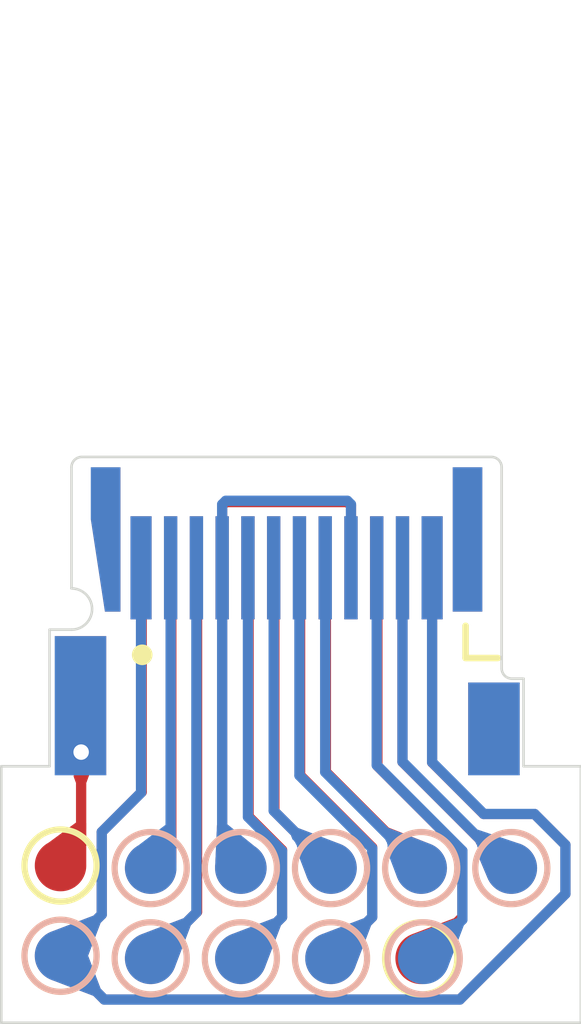
<source format=kicad_pcb>
(kicad_pcb (version 20221018) (generator pcbnew)
  (layers (0 "F.Cu" signal) (31 "B.Cu" signal) (34 "B.Paste" user) (35 "F.Paste" user) (36 "B.SilkS" user "B.Silkscreen") (37 "F.SilkS" user "F.Silkscreen") (38 "B.Mask" user) (39 "F.Mask" user) (44 "Edge.Cuts" user))
  (net 0 "")
  (net 1 "Net-(J1-Pin_1)")
  (net 2 "Net-(J12-Pin_1)")
  (net 3 "Net-(J10-Pin_1)")
  (net 4 "Net-(J11-DA+)")
  (net 5 "Net-(J11-DA-)")
  (net 6 "Net-(J11-CC1)")
  (net 7 "Net-(J11-TX1+)")
  (net 8 "Net-(J11-TX1-)")
  (net 9 "Net-(J11-SBU1)")
  (net 10 "Net-(J11-RX2+)")
  (net 11 "Net-(J11-RX2-)")
  (net 12 "Net-(J21-Pin_1)")
  (net 13 "Net-(J11-TX2+)")
  (net 14 "Net-(J11-TX2-)")
  (net 15 "Net-(J11-CC2)")
  (net 16 "Net-(J11-DB+)")
  (net 17 "Net-(J11-DB-)")
  (net 18 "Net-(J11-SBU2)")
  (net 19 "Net-(J11-RX1-)")
  (net 20 "Net-(J11-RX1+)")
  (net 21 "Net-(J22-Pin_1)")
  (footprint "TestPoint:TestPoint_Pad_D1.0mm" (layer "F.Cu") (at 172.9 117.5)
    (fp_text reference "J8" hide)
    (fp_text value "Conn_01x01_Socket" hide)
    (fp_circle (center 0 0) (end 0 0.7) (stroke (width 0.12)) (fill none) (layer "F.SilkS"))
    (pad "1" smd circle (at 0 0) (size 1 1) (layers "F.Cu" "F.Mask") (net 10 "Net-(J11-RX2+)"))
  )
  (footprint "TestPoint:TestPoint_Pad_D1.0mm" (layer "F.Cu") (at 167.65 117.5)
    (fp_text reference "J1" hide)
    (fp_text value "Conn_01x01_Socket" hide)
    (fp_circle (center 0 0) (end 0 0.7) (stroke (width 0.12)) (fill none) (layer "F.SilkS"))
    (pad "1" smd circle (at 0 0) (size 1 1) (layers "F.Cu" "F.Mask") (net 1 "Net-(J1-Pin_1)"))
  )
  (footprint "TestPoint:TestPoint_Pad_D1.0mm" (layer "F.Cu") (at 164.15 119.2)
    (fp_text reference "J10" hide)
    (fp_text value "Conn_01x01_Socket" hide)
    (fp_circle (center 0 0) (end 0 0.7) (stroke (width 0.12)) (fill none) (layer "F.SilkS"))
    (pad "1" smd circle (at 0 0) (size 1 1) (layers "F.Cu" "F.Mask") (net 3 "Net-(J10-Pin_1)"))
  )
  (footprint "TestPoint:TestPoint_Pad_D1.0mm" (layer "F.Cu") (at 164.15 117.45)
    (fp_text reference "J22" hide)
    (fp_text value "Conn_01x01_Socket" hide)
    (fp_circle (center 0 0) (end 0 0.7) (stroke (width 0.12)) (fill none) (layer "F.SilkS"))
    (pad "1" smd circle (at 0 0) (size 1 1) (layers "F.Cu" "F.Mask") (net 21 "Net-(J22-Pin_1)"))
  )
  (footprint "DX07P024MJ1R1500:JAE_DX07P024MJ1R1500" (layer "F.Cu") (at 168.5375 109.525 180)
    (fp_text reference "J11" hide)
    (fp_text value "DX07P024MJ1R1500" hide)
    (fp_line (start -4.1 -3.9) (end -3.475 -3.9) (stroke (width 0.127)) (layer "F.SilkS"))
    (fp_line (start -3.475 -3.9) (end -3.475 -3.275) (stroke (width 0.127)) (layer "F.SilkS"))
    (fp_circle (center 2.802 -3.838) (end 2.902 -3.838) (stroke (width 0.2)) (fill none) (layer "F.SilkS"))
    (pad "A1" smd rect (at 2.825 -2.15 180) (size 0.41 2) (layers "F.Cu" "F.Paste" "F.Mask") (net 3 "Net-(J10-Pin_1)"))
    (pad "A2" smd rect (at 2.25 -2.15 180) (size 0.26 2) (layers "F.Cu" "F.Paste" "F.Mask") (net 7 "Net-(J11-TX1+)"))
    (pad "A3" smd rect (at 1.75 -2.15 180) (size 0.26 2) (layers "F.Cu" "F.Paste" "F.Mask") (net 8 "Net-(J11-TX1-)"))
    (pad "A4" smd rect (at 1.25 -2.15 180) (size 0.26 2) (layers "F.Cu" "F.Paste" "F.Mask") (net 1 "Net-(J1-Pin_1)"))
    (pad "A5" smd rect (at 0.75 -2.15 180) (size 0.26 2) (layers "F.Cu" "F.Paste" "F.Mask") (net 6 "Net-(J11-CC1)"))
    (pad "A6" smd rect (at 0.25 -2.15 180) (size 0.26 2) (layers "F.Cu" "F.Paste" "F.Mask") (net 4 "Net-(J11-DA+)"))
    (pad "A7" smd rect (at -0.25 -2.15 180) (size 0.26 2) (layers "F.Cu" "F.Paste" "F.Mask") (net 5 "Net-(J11-DA-)"))
    (pad "A8" smd rect (at -0.75 -2.15 180) (size 0.26 2) (layers "F.Cu" "F.Paste" "F.Mask") (net 9 "Net-(J11-SBU1)"))
    (pad "A9" smd rect (at -1.25 -2.15 180) (size 0.26 2) (layers "F.Cu" "F.Paste" "F.Mask") (net 1 "Net-(J1-Pin_1)"))
    (pad "A10" smd rect (at -1.75 -2.15 180) (size 0.26 2) (layers "F.Cu" "F.Paste" "F.Mask") (net 11 "Net-(J11-RX2-)"))
    (pad "A11" smd rect (at -2.25 -2.15 180) (size 0.26 2) (layers "F.Cu" "F.Paste" "F.Mask") (net 10 "Net-(J11-RX2+)"))
    (pad "A12" smd rect (at -2.825 -2.15 180) (size 0.41 2) (layers "F.Cu" "F.Paste" "F.Mask") (net 3 "Net-(J10-Pin_1)"))
    (pad "B1" smd rect (at -2.825 -2.15 180) (size 0.41 2) (layers "B.Cu" "B.Paste" "B.Mask") (net 12 "Net-(J21-Pin_1)"))
    (pad "B2" smd rect (at -2.25 -2.15 180) (size 0.26 2) (layers "B.Cu" "B.Paste" "B.Mask") (net 13 "Net-(J11-TX2+)"))
    (pad "B3" smd rect (at -1.75 -2.15 180) (size 0.26 2) (layers "B.Cu" "B.Paste" "B.Mask") (net 14 "Net-(J11-TX2-)"))
    (pad "B4" smd rect (at -1.25 -2.15 180) (size 0.26 2) (layers "B.Cu" "B.Paste" "B.Mask") (net 2 "Net-(J12-Pin_1)"))
    (pad "B5" smd rect (at -0.75 -2.15 180) (size 0.26 2) (layers "B.Cu" "B.Paste" "B.Mask") (net 15 "Net-(J11-CC2)"))
    (pad "B6" smd rect (at -0.25 -2.15 180) (size 0.26 2) (layers "B.Cu" "B.Paste" "B.Mask") (net 16 "Net-(J11-DB+)"))
    (pad "B7" smd rect (at 0.25 -2.15 180) (size 0.26 2) (layers "B.Cu" "B.Paste" "B.Mask") (net 17 "Net-(J11-DB-)"))
    (pad "B8" smd rect (at 0.75 -2.15 180) (size 0.26 2) (layers "B.Cu" "B.Paste" "B.Mask") (net 18 "Net-(J11-SBU2)"))
    (pad "B9" smd rect (at 1.25 -2.15 180) (size 0.26 2) (layers "B.Cu" "B.Paste" "B.Mask") (net 2 "Net-(J12-Pin_1)"))
    (pad "B10" smd rect (at 1.75 -2.15 180) (size 0.26 2) (layers "B.Cu" "B.Paste" "B.Mask") (net 19 "Net-(J11-RX1-)"))
    (pad "B11" smd rect (at 2.25 -2.15 180) (size 0.26 2) (layers "B.Cu" "B.Paste" "B.Mask") (net 20 "Net-(J11-RX1+)"))
    (pad "B12" smd rect (at 2.825 -2.15 180) (size 0.41 2) (layers "B.Cu" "B.Paste" "B.Mask") (net 12 "Net-(J21-Pin_1)"))
    (pad "S1" smd rect (at -3.5125 -1.6 180) (size 0.575 2.8) (layers "F.Cu" "F.Mask"))
    (pad "S2" smd custom (at 3.5125 -0.7 180) (size 0.575 1) (layers "F.Cu" "F.Mask") (options (clearance outline) (anchor rect)) (primitives (gr_poly (pts (xy -0.2875 0.25) (xy -0.2875 -2.3) (xy 0.0125 -2.3) (xy 0.2875 -0.5) (xy 0.2875 0.25)) (width 0.001) (fill yes))))
    (pad "S3" smd rect (at -4.025 -5.275 180) (size 1 1.8) (layers "F.Cu" "F.Paste" "F.Mask") (net 21 "Net-(J22-Pin_1)"))
    (pad "S4" smd rect (at 4 -4.825 180) (size 1 2.7) (layers "F.Cu" "F.Paste" "F.Mask") (net 21 "Net-(J22-Pin_1)"))
    (pad "S5" smd rect (at 4 -4.825 180) (size 1 2.7) (layers "B.Cu" "B.Paste" "B.Mask") (net 21 "Net-(J22-Pin_1)"))
    (pad "S6" smd rect (at -4.025 -5.275 180) (size 1 1.8) (layers "B.Cu" "B.Paste" "B.Mask") (net 21 "Net-(J22-Pin_1)"))
    (pad "S7" smd rect (at -3.5125 -1.6 180) (size 0.575 2.8) (layers "B.Cu" "B.Mask"))
    (pad "S8" smd custom (at 3.5125 -0.7 180) (size 0.575 1) (layers "B.Cu" "B.Mask") (options (clearance outline) (anchor rect)) (primitives (gr_poly (pts (xy -0.2875 0.25) (xy -0.2875 -2.3) (xy 0.0125 -2.3) (xy 0.2875 -0.5) (xy 0.2875 0.25)) (width 0.001) (fill yes))))
  )
  (footprint "TestPoint:TestPoint_Pad_D1.0mm" (layer "F.Cu") (at 169.4 117.5 180)
    (fp_text reference "J2" hide)
    (fp_text value "Conn_01x01_Socket" hide)
    (fp_circle (center 0 0) (end 0 0.7) (stroke (width 0.12)) (fill none) (layer "F.SilkS"))
    (pad "1" smd circle (at 0 0 180) (size 1 1) (layers "F.Cu" "F.Mask") (net 4 "Net-(J11-DA+)"))
  )
  (footprint "TestPoint:TestPoint_Pad_D1.0mm" (layer "F.Cu") (at 171.15 117.5)
    (fp_text reference "J7" hide)
    (fp_text value "Conn_01x01_Socket" hide)
    (fp_circle (center 0 0) (end 0 0.7) (stroke (width 0.12)) (fill none) (layer "F.SilkS"))
    (pad "1" smd circle (at 0 0) (size 1 1) (layers "F.Cu" "F.Mask") (net 9 "Net-(J11-SBU1)"))
  )
  (footprint "TestPoint:TestPoint_Pad_D1.0mm" (layer "F.Cu") (at 167.65 119.25)
    (fp_text reference "J4" hide)
    (fp_text value "Conn_01x01_Socket" hide)
    (fp_circle (center 0 0) (end 0 0.7) (stroke (width 0.12)) (fill none) (layer "F.SilkS"))
    (pad "1" smd circle (at 0 0) (size 1 1) (layers "F.Cu" "F.Mask") (net 6 "Net-(J11-CC1)"))
  )
  (footprint "TestPoint:TestPoint_Pad_D1.0mm" (layer "F.Cu") (at 169.4 119.25)
    (fp_text reference "J3" hide)
    (fp_text value "Conn_01x01_Socket" hide)
    (fp_circle (center 0 0) (end 0 0.7) (stroke (width 0.12)) (fill none) (layer "F.SilkS"))
    (pad "1" smd circle (at 0 0) (size 1 1) (layers "F.Cu" "F.Mask") (net 5 "Net-(J11-DA-)"))
  )
  (footprint "TestPoint:TestPoint_Pad_D1.0mm" (layer "F.Cu") (at 171.15 119.25)
    (fp_text reference "J9" hide)
    (fp_text value "Conn_01x01_Socket" hide)
    (fp_circle (center 0 0) (end 0 0.7) (stroke (width 0.12)) (fill none) (layer "F.SilkS"))
    (pad "1" smd circle (at 0 0) (size 1 1) (layers "F.Cu" "F.Mask") (net 11 "Net-(J11-RX2-)"))
  )
  (footprint "TestPoint:TestPoint_Pad_D1.0mm" (layer "F.Cu") (at 165.9 119.25)
    (fp_text reference "J6" hide)
    (fp_text value "Conn_01x01_Socket" hide)
    (fp_circle (center 0 0) (end 0 0.7) (stroke (width 0.12)) (fill none) (layer "F.SilkS"))
    (pad "1" smd circle (at 0 0) (size 1 1) (layers "F.Cu" "F.Mask") (net 8 "Net-(J11-TX1-)"))
  )
  (footprint "TestPoint:TestPoint_Pad_D1.0mm" (layer "F.Cu") (at 165.9 117.5)
    (fp_text reference "J5" hide)
    (fp_text value "Conn_01x01_Socket" hide)
    (fp_circle (center 0 0) (end 0 0.7) (stroke (width 0.12)) (fill none) (layer "F.SilkS"))
    (pad "1" smd circle (at 0 0) (size 1 1) (layers "F.Cu" "F.Mask") (net 7 "Net-(J11-TX1+)"))
  )
  (footprint "TestPoint:TestPoint_Pad_D1.0mm" (layer "B.Cu") (at 169.4 117.5 180)
    (fp_text reference "J14" hide)
    (fp_text value "Conn_01x01_Socket" hide)
    (fp_circle (center 0 0) (end 0 -0.7) (stroke (width 0.12)) (fill none) (layer "B.SilkS"))
    (pad "1" smd circle (at 0 0 180) (size 1 1) (layers "B.Cu" "B.Mask") (net 17 "Net-(J11-DB-)"))
  )
  (footprint "TestPoint:TestPoint_Pad_D1.0mm" (layer "B.Cu") (at 172.9 117.5 180)
    (fp_text reference "J16" hide)
    (fp_text value "Conn_01x01_Socket" hide)
    (fp_circle (center 0 0) (end 0 -0.7) (stroke (width 0.12)) (fill none) (layer "B.SilkS"))
    (pad "1" smd circle (at 0 0 180) (size 1 1) (layers "B.Cu" "B.Mask") (net 13 "Net-(J11-TX2+)"))
  )
  (footprint "TestPoint:TestPoint_Pad_D1.0mm" (layer "B.Cu") (at 164.15 119.2 180)
    (fp_text reference "J21" hide)
    (fp_text value "Conn_01x01_Socket" hide)
    (fp_circle (center 0 0) (end 0 -0.7) (stroke (width 0.12)) (fill none) (layer "B.SilkS"))
    (pad "1" smd circle (at 0 0 180) (size 1 1) (layers "B.Cu" "B.Mask") (net 12 "Net-(J21-Pin_1)"))
  )
  (footprint "TestPoint:TestPoint_Pad_D1.0mm" (layer "B.Cu") (at 171.2 119.25 180)
    (fp_text reference "J17" hide)
    (fp_text value "Conn_01x01_Socket" hide)
    (fp_circle (center 0 0) (end 0 -0.7) (stroke (width 0.12)) (fill none) (layer "B.SilkS"))
    (pad "1" smd circle (at 0 0 180) (size 1 1) (layers "B.Cu" "B.Mask") (net 14 "Net-(J11-TX2-)"))
  )
  (footprint "TestPoint:TestPoint_Pad_D1.0mm" (layer "B.Cu") (at 167.65 119.25 180)
    (fp_text reference "J18" hide)
    (fp_text value "Conn_01x01_Socket" hide)
    (fp_circle (center 0 0) (end 0 -0.7) (stroke (width 0.12)) (fill none) (layer "B.SilkS"))
    (pad "1" smd circle (at 0 0 180) (size 1 1) (layers "B.Cu" "B.Mask") (net 18 "Net-(J11-SBU2)"))
  )
  (footprint "TestPoint:TestPoint_Pad_D1.0mm" (layer "B.Cu") (at 165.9 119.25 180)
    (fp_text reference "J20" hide)
    (fp_text value "Conn_01x01_Socket" hide)
    (fp_circle (center 0 0) (end 0 -0.7) (stroke (width 0.12)) (fill none) (layer "B.SilkS"))
    (pad "1" smd circle (at 0 0 180) (size 1 1) (layers "B.Cu" "B.Mask") (net 19 "Net-(J11-RX1-)"))
  )
  (footprint "TestPoint:TestPoint_Pad_D1.0mm" (layer "B.Cu") (at 171.15 117.5 180)
    (fp_text reference "J15" hide)
    (fp_text value "Conn_01x01_Socket" hide)
    (fp_circle (center 0 0) (end 0 -0.7) (stroke (width 0.12)) (fill none) (layer "B.SilkS"))
    (pad "1" smd circle (at 0 0 180) (size 1 1) (layers "B.Cu" "B.Mask") (net 15 "Net-(J11-CC2)"))
  )
  (footprint "TestPoint:TestPoint_Pad_D1.0mm" (layer "B.Cu") (at 165.9 117.5 180)
    (fp_text reference "J19" hide)
    (fp_text value "Conn_01x01_Socket" hide)
    (fp_circle (center 0 0) (end 0 -0.7) (stroke (width 0.12)) (fill none) (layer "B.SilkS"))
    (pad "1" smd circle (at 0 0 180) (size 1 1) (layers "B.Cu" "B.Mask") (net 20 "Net-(J11-RX1+)"))
  )
  (footprint "TestPoint:TestPoint_Pad_D1.0mm" (layer "B.Cu") (at 169.4 119.25 180)
    (fp_text reference "J13" hide)
    (fp_text value "Conn_01x01_Socket" hide)
    (fp_circle (center 0 0) (end 0 -0.7) (stroke (width 0.12)) (fill none) (layer "B.SilkS"))
    (pad "1" smd circle (at 0 0 180) (size 1 1) (layers "B.Cu" "B.Mask") (net 16 "Net-(J11-DB+)"))
  )
  (footprint "TestPoint:TestPoint_Pad_D1.0mm" (layer "B.Cu") (at 167.65 117.5 180)
    (fp_text reference "J12" hide)
    (fp_text value "Conn_01x01_Socket" hide)
    (fp_circle (center 0 0) (end 0 -0.7) (stroke (width 0.12)) (fill none) (layer "B.SilkS"))
    (pad "1" smd circle (at 0 0 180) (size 1 1) (layers "B.Cu" "B.Mask") (net 2 "Net-(J12-Pin_1)"))
  )
  (gr_line (start 173.1375 115.525) (end 174.25 115.525) (stroke (width 0.05)) (layer "Edge.Cuts"))
  (gr_line (start 174.25 120.5) (end 174.25 115.525) (stroke (width 0.05)) (layer "Edge.Cuts"))
  (gr_arc (start 164.3625 109.725) (mid 164.421079 109.583579) (end 164.5625 109.525) (stroke (width 0.05)) (layer "Edge.Cuts"))
  (gr_line (start 164.3625 112.875) (end 163.9375 112.875) (stroke (width 0.05)) (layer "Edge.Cuts"))
  (gr_line (start 164.3625 109.725) (end 164.3625 112.075) (stroke (width 0.05)) (layer "Edge.Cuts"))
  (gr_line (start 163 115.525) (end 163 120.5) (stroke (width 0.05)) (layer "Edge.Cuts"))
  (gr_line (start 172.7125 113.625) (end 172.7125 109.725) (stroke (width 0.05)) (layer "Edge.Cuts"))
  (gr_line (start 163.9375 112.875) (end 163.9375 115.525) (stroke (width 0.05)) (layer "Edge.Cuts"))
  (gr_line (start 173.1375 115.525) (end 173.1375 113.825) (stroke (width 0.05)) (layer "Edge.Cuts"))
  (gr_arc (start 164.3625 112.075) (mid 164.7625 112.475) (end 164.3625 112.875) (stroke (width 0.05)) (layer "Edge.Cuts"))
  (gr_line (start 163 120.5) (end 174.25 120.5) (stroke (width 0.05)) (layer "Edge.Cuts"))
  (gr_arc (start 172.5125 109.525) (mid 172.653921 109.583579) (end 172.7125 109.725) (stroke (width 0.05)) (layer "Edge.Cuts"))
  (gr_arc (start 172.9125 113.825) (mid 172.771079 113.766421) (end 172.7125 113.625) (stroke (width 0.05)) (layer "Edge.Cuts"))
  (gr_line (start 173.1375 113.825) (end 172.9125 113.825) (stroke (width 0.05)) (layer "Edge.Cuts"))
  (gr_line (start 172.5125 109.525) (end 164.5625 109.525) (stroke (width 0.05)) (layer "Edge.Cuts"))
  (gr_line (start 163.9375 115.525) (end 163 115.525) (stroke (width 0.05)) (layer "Edge.Cuts"))
  (segment (start 169.7875 110.47) (end 169.7175 110.4) (width 0.2) (layer "F.Cu") (net 1))
  (segment (start 167.3575 110.4) (end 167.2875 110.47) (width 0.2) (layer "F.Cu") (net 1))
  (segment (start 167.2875 117.1375) (end 167.2875 111.7) (width 0.2) (layer "F.Cu") (net 1))
  (segment (start 167.2875 110.47) (end 167.2875 111.7) (width 0.2) (layer "F.Cu") (net 1))
  (segment (start 167.65 117.5) (end 167.2875 117.1375) (width 0.2) (layer "F.Cu") (net 1))
  (segment (start 169.7175 110.4) (end 167.3575 110.4) (width 0.2) (layer "F.Cu") (net 1))
  (segment (start 169.7875 111.7) (end 169.7875 110.47) (width 0.2) (layer "F.Cu") (net 1))
  (segment (start 169.7875 111.675) (end 169.7875 110.445) (width 0.2) (layer "B.Cu") (net 2))
  (segment (start 167.2875 110.445) (end 167.2875 111.675) (width 0.2) (layer "B.Cu") (net 2))
  (segment (start 167.3575 110.375) (end 167.2875 110.445) (width 0.2) (layer "B.Cu") (net 2))
  (segment (start 167.2875 111.7) (end 167.2875 117.1375) (width 0.2) (layer "B.Cu") (net 2))
  (segment (start 169.7875 110.445) (end 169.7175 110.375) (width 0.2) (layer "B.Cu") (net 2))
  (segment (start 167.2875 117.1375) (end 167.65 117.5) (width 0.2) (layer "B.Cu") (net 2))
  (segment (start 169.7175 110.375) (end 167.3575 110.375) (width 0.2) (layer "B.Cu") (net 2))
  (segment (start 164.95 118.4) (end 164.15 119.2) (width 0.2) (layer "F.Cu") (net 3))
  (segment (start 165.725 112.11925) (end 165.725 116.025) (width 0.2) (layer "F.Cu") (net 3))
  (segment (start 165.725 116.025) (end 164.95 116.8) (width 0.2) (layer "F.Cu") (net 3))
  (segment (start 171.9 120.05) (end 165 120.05) (width 0.2) (layer "F.Cu") (net 3))
  (segment (start 165 120.05) (end 164.15 119.2) (width 0.2) (layer "F.Cu") (net 3))
  (segment (start 173.95 118) (end 171.9 120.05) (width 0.2) (layer "F.Cu") (net 3))
  (segment (start 173.95 117.05) (end 173.95 118) (width 0.2) (layer "F.Cu") (net 3))
  (segment (start 171.3625 115.449757) (end 172.362743 116.45) (width 0.2) (layer "F.Cu") (net 3))
  (segment (start 164.95 116.8) (end 164.95 118.4) (width 0.2) (layer "F.Cu") (net 3))
  (segment (start 171.3625 111.7) (end 171.3625 115.449757) (width 0.2) (layer "F.Cu") (net 3))
  (segment (start 172.362743 116.45) (end 173.35 116.45) (width 0.2) (layer "F.Cu") (net 3))
  (segment (start 173.35 116.45) (end 173.95 117.05) (width 0.2) (layer "F.Cu") (net 3))
  (segment (start 169.4 117.5) (end 168.3 116.4) (width 0.2) (layer "F.Cu") (net 4))
  (segment (start 168.3 116.4) (end 168.3 112.11925) (width 0.2) (layer "F.Cu") (net 4))
  (segment (start 169.4 119.25) (end 170.2 118.45) (width 0.2) (layer "F.Cu") (net 5))
  (segment (start 168.8 115.7) (end 168.8 112.11925) (width 0.2) (layer "F.Cu") (net 5))
  (segment (start 170.2 118.45) (end 170.2 117.1) (width 0.2) (layer "F.Cu") (net 5))
  (segment (start 170.2 117.1) (end 168.8 115.7) (width 0.2) (layer "F.Cu") (net 5))
  (segment (start 168.45 117.15) (end 168.45 118.45) (width 0.2) (layer "F.Cu") (net 6))
  (segment (start 168.45 118.45) (end 167.65 119.25) (width 0.2) (layer "F.Cu") (net 6))
  (segment (start 167.8 112.11925) (end 167.8 116.5) (width 0.2) (layer "F.Cu") (net 6))
  (segment (start 167.8 116.5) (end 168.45 117.15) (width 0.2) (layer "F.Cu") (net 6))
  (segment (start 166.3 112.11925) (end 166.3 117.1) (width 0.2) (layer "F.Cu") (net 7))
  (segment (start 166.3 117.1) (end 165.9 117.5) (width 0.2) (layer "F.Cu") (net 7))
  (segment (start 166.8 112.11925) (end 166.8 118.35) (width 0.2) (layer "F.Cu") (net 8))
  (segment (start 166.8 118.35) (end 165.9 119.25) (width 0.2) (layer "F.Cu") (net 8))
  (segment (start 169.3 115.634314) (end 169.3 112.11925) (width 0.2) (layer "F.Cu") (net 9))
  (segment (start 171.15 117.484314) (end 169.3 115.634314) (width 0.2) (layer "F.Cu") (net 9))
  (segment (start 171.15 117.5) (end 171.15 117.484314) (width 0.2) (layer "F.Cu") (net 9))
  (segment (start 172.847057 117.5) (end 170.7875 115.440443) (width 0.2) (layer "F.Cu") (net 10))
  (segment (start 172.9 117.5) (end 172.847057 117.5) (width 0.2) (layer "F.Cu") (net 10))
  (segment (start 170.7875 115.440443) (end 170.7875 111.7) (width 0.2) (layer "F.Cu") (net 10))
  (segment (start 171.95 118.45) (end 171.95 117.168629) (width 0.2) (layer "F.Cu") (net 11))
  (segment (start 170.3 115.518629) (end 170.3 112.11925) (width 0.2) (layer "F.Cu") (net 11))
  (segment (start 171.95 117.168629) (end 170.3 115.518629) (width 0.2) (layer "F.Cu") (net 11))
  (segment (start 171.15 119.25) (end 171.95 118.45) (width 0.2) (layer "F.Cu") (net 11))
  (segment (start 171.3625 115.446814) (end 171.3625 111.675) (width 0.2) (layer "B.Cu") (net 12))
  (segment (start 164.15 119.2) (end 165 120.05) (width 0.2) (layer "B.Cu") (net 12))
  (segment (start 173.95 117.05) (end 173.35 116.45) (width 0.2) (layer "B.Cu") (net 12))
  (segment (start 165.7125 111.7) (end 165.7125 116.0375) (width 0.2) (layer "B.Cu") (net 12))
  (segment (start 164.95 118.4) (end 164.15 119.2) (width 0.2) (layer "B.Cu") (net 12))
  (segment (start 172.365686 116.45) (end 171.3625 115.446814) (width 0.2) (layer "B.Cu") (net 12))
  (segment (start 171.9 120.05) (end 173.95 118) (width 0.2) (layer "B.Cu") (net 12))
  (segment (start 173.95 118) (end 173.95 117.05) (width 0.2) (layer "B.Cu") (net 12))
  (segment (start 164.95 116.8) (end 164.95 118.4) (width 0.2) (layer "B.Cu") (net 12))
  (segment (start 173.35 116.45) (end 172.365686 116.45) (width 0.2) (layer "B.Cu") (net 12))
  (segment (start 165 120.05) (end 171.9 120.05) (width 0.2) (layer "B.Cu") (net 12))
  (segment (start 165.7125 116.0375) (end 164.95 116.8) (width 0.2) (layer "B.Cu") (net 12))
  (segment (start 172.85 117.5) (end 170.7875 115.4375) (width 0.2) (layer "B.Cu") (net 13))
  (segment (start 170.7875 115.4375) (end 170.7875 111.7) (width 0.2) (layer "B.Cu") (net 13))
  (segment (start 171.2 119.25) (end 171.95 118.5) (width 0.2) (layer "B.Cu") (net 14))
  (segment (start 171.95 117.165686) (end 170.2875 115.503186) (width 0.2) (layer "B.Cu") (net 14))
  (segment (start 171.95 118.5) (end 171.95 117.165686) (width 0.2) (layer "B.Cu") (net 14))
  (segment (start 170.2875 115.503186) (end 170.2875 111.7) (width 0.2) (layer "B.Cu") (net 14))
  (segment (start 169.2875 115.6375) (end 169.2875 111.7) (width 0.2) (layer "B.Cu") (net 15))
  (segment (start 171.15 117.5) (end 169.2875 115.6375) (width 0.2) (layer "B.Cu") (net 15))
  (segment (start 168.7875 115.703186) (end 168.7875 111.7) (width 0.2) (layer "B.Cu") (net 16))
  (segment (start 169.4 119.25) (end 170.2 118.45) (width 0.2) (layer "B.Cu") (net 16))
  (segment (start 170.2 117.115686) (end 168.7875 115.703186) (width 0.2) (layer "B.Cu") (net 16))
  (segment (start 170.2 118.45) (end 170.2 117.115686) (width 0.2) (layer "B.Cu") (net 16))
  (segment (start 168.2875 111.7) (end 168.2875 116.3875) (width 0.2) (layer "B.Cu") (net 17))
  (segment (start 168.2875 116.3875) (end 169.4 117.5) (width 0.2) (layer "B.Cu") (net 17))
  (segment (start 167.7875 116.506129) (end 168.45 117.168629) (width 0.2) (layer "B.Cu") (net 18))
  (segment (start 168.45 118.45) (end 167.65 119.25) (width 0.2) (layer "B.Cu") (net 18))
  (segment (start 168.45 117.168629) (end 168.45 118.45) (width 0.2) (layer "B.Cu") (net 18))
  (segment (start 167.7875 111.7) (end 167.7875 116.506129) (width 0.2) (layer "B.Cu") (net 18))
  (segment (start 166.7875 118.3625) (end 166.7875 111.7) (width 0.2) (layer "B.Cu") (net 19))
  (segment (start 165.9 119.25) (end 166.7875 118.3625) (width 0.2) (layer "B.Cu") (net 19))
  (segment (start 166.2875 117.1125) (end 166.2875 111.7) (width 0.2) (layer "B.Cu") (net 20))
  (segment (start 165.9 117.5) (end 166.2875 117.1125) (width 0.2) (layer "B.Cu") (net 20))
  (segment (start 164.55 117.05) (end 164.55 115.25) (width 0.2) (layer "F.Cu") (net 21))
  (segment (start 164.15 117.45) (end 164.55 117.05) (width 0.2) (layer "F.Cu") (net 21))
  (segment (start 164.55 115.25) (end 164.55 114.79425) (width 0.2) (layer "F.Cu") (net 21))
  (via (at 164.55 115.25) (size 0.6) (drill 0.3) (layers "F.Cu" "B.Cu") (net 21))
)
</source>
